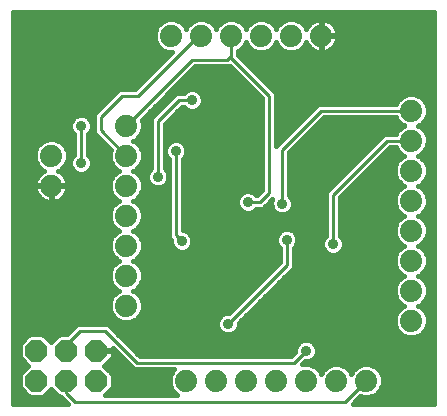
<source format=gbl>
G75*
%MOIN*%
%OFA0B0*%
%FSLAX24Y24*%
%IPPOS*%
%LPD*%
%AMOC8*
5,1,8,0,0,1.08239X$1,22.5*
%
%ADD10C,0.0740*%
%ADD11OC8,0.0740*%
%ADD12C,0.0160*%
%ADD13C,0.0356*%
%ADD14C,0.0100*%
D10*
X004180Y003680D03*
X004180Y004680D03*
X004180Y005680D03*
X004180Y006680D03*
X004180Y007680D03*
X004180Y008680D03*
X004180Y009680D03*
X001680Y008680D03*
X001680Y007680D03*
X005680Y012680D03*
X006680Y012680D03*
X007680Y012680D03*
X008680Y012680D03*
X009680Y012680D03*
X010680Y012680D03*
X013680Y010180D03*
X013680Y009180D03*
X013680Y008180D03*
X013680Y007180D03*
X013680Y006180D03*
X013680Y005180D03*
X013680Y004180D03*
X013680Y003180D03*
X012180Y001180D03*
X011180Y001180D03*
X010180Y001180D03*
X009180Y001180D03*
X008180Y001180D03*
X007180Y001180D03*
X006180Y001180D03*
D11*
X003180Y001180D03*
X003180Y002180D03*
X002180Y002180D03*
X002180Y001180D03*
X001180Y001180D03*
X001180Y002180D03*
D12*
X000410Y000410D02*
X000410Y013450D01*
X014450Y013450D01*
X014450Y000410D01*
X011735Y000410D01*
X011989Y000664D01*
X012071Y000630D01*
X012289Y000630D01*
X012492Y000714D01*
X012646Y000868D01*
X012730Y001071D01*
X012730Y001289D01*
X012646Y001492D01*
X012492Y001646D01*
X012289Y001730D01*
X012071Y001730D01*
X011868Y001646D01*
X011714Y001492D01*
X011680Y001410D01*
X011646Y001492D01*
X011492Y001646D01*
X011289Y001730D01*
X011071Y001730D01*
X010868Y001646D01*
X010714Y001492D01*
X010680Y001410D01*
X010646Y001492D01*
X010492Y001646D01*
X010289Y001730D01*
X010071Y001730D01*
X010044Y001719D01*
X010147Y001822D01*
X010251Y001822D01*
X010383Y001876D01*
X010484Y001977D01*
X010538Y002109D01*
X010538Y002251D01*
X010484Y002383D01*
X010383Y002484D01*
X010251Y002538D01*
X010109Y002538D01*
X009977Y002484D01*
X009876Y002383D01*
X009822Y002251D01*
X009822Y002147D01*
X009685Y002010D01*
X004625Y002010D01*
X003575Y003060D01*
X002535Y003060D01*
X002400Y002925D01*
X002205Y002730D01*
X001952Y002730D01*
X001680Y002458D01*
X001408Y002730D01*
X000952Y002730D01*
X000630Y002408D01*
X000630Y001952D01*
X000902Y001680D01*
X000630Y001408D01*
X000630Y000952D01*
X000952Y000630D01*
X001408Y000630D01*
X001680Y000902D01*
X001952Y000630D01*
X002005Y000630D01*
X002225Y000410D01*
X000410Y000410D01*
X000410Y000497D02*
X002138Y000497D01*
X001927Y000656D02*
X001433Y000656D01*
X001592Y000814D02*
X001768Y000814D01*
X000927Y000656D02*
X000410Y000656D01*
X000410Y000814D02*
X000768Y000814D01*
X000630Y000973D02*
X000410Y000973D01*
X000410Y001131D02*
X000630Y001131D01*
X000630Y001290D02*
X000410Y001290D01*
X000410Y001448D02*
X000670Y001448D01*
X000829Y001607D02*
X000410Y001607D01*
X000410Y001765D02*
X000817Y001765D01*
X000659Y001924D02*
X000410Y001924D01*
X000410Y002082D02*
X000630Y002082D01*
X000630Y002241D02*
X000410Y002241D01*
X000410Y002399D02*
X000630Y002399D01*
X000780Y002558D02*
X000410Y002558D01*
X000410Y002716D02*
X000938Y002716D01*
X001422Y002716D02*
X001938Y002716D01*
X001780Y002558D02*
X001580Y002558D01*
X002349Y002875D02*
X000410Y002875D01*
X000410Y003033D02*
X002508Y003033D01*
X003200Y002200D02*
X003730Y002200D01*
X003730Y002255D01*
X004300Y001685D01*
X004435Y001550D01*
X005772Y001550D01*
X005714Y001492D01*
X005630Y001289D01*
X005630Y001071D01*
X005714Y000868D01*
X005868Y000714D01*
X005877Y000710D01*
X003488Y000710D01*
X003730Y000952D01*
X003730Y001408D01*
X003458Y001680D01*
X003730Y001952D01*
X003730Y002160D01*
X003200Y002160D01*
X003200Y002200D01*
X003543Y001765D02*
X004220Y001765D01*
X004378Y001607D02*
X003531Y001607D01*
X003690Y001448D02*
X005696Y001448D01*
X005630Y001290D02*
X003730Y001290D01*
X003730Y001131D02*
X005630Y001131D01*
X005671Y000973D02*
X003730Y000973D01*
X003592Y000814D02*
X005768Y000814D01*
X004553Y002082D02*
X009757Y002082D01*
X009822Y002241D02*
X004395Y002241D01*
X004236Y002399D02*
X009893Y002399D01*
X010467Y002399D02*
X014450Y002399D01*
X014450Y002241D02*
X010538Y002241D01*
X010527Y002082D02*
X014450Y002082D01*
X014450Y001924D02*
X010430Y001924D01*
X010531Y001607D02*
X010829Y001607D01*
X010696Y001448D02*
X010664Y001448D01*
X010090Y001765D02*
X014450Y001765D01*
X014450Y001607D02*
X012531Y001607D01*
X012664Y001448D02*
X014450Y001448D01*
X014450Y001290D02*
X012730Y001290D01*
X012730Y001131D02*
X014450Y001131D01*
X014450Y000973D02*
X012689Y000973D01*
X012592Y000814D02*
X014450Y000814D01*
X014450Y000656D02*
X012351Y000656D01*
X012009Y000656D02*
X011981Y000656D01*
X011822Y000497D02*
X014450Y000497D01*
X014450Y002558D02*
X004078Y002558D01*
X003919Y002716D02*
X013366Y002716D01*
X013368Y002714D02*
X013571Y002630D01*
X013789Y002630D01*
X013992Y002714D01*
X014146Y002868D01*
X014230Y003071D01*
X014230Y003289D01*
X014146Y003492D01*
X013992Y003646D01*
X013910Y003680D01*
X013992Y003714D01*
X014146Y003868D01*
X014230Y004071D01*
X014230Y004289D01*
X014146Y004492D01*
X013992Y004646D01*
X013910Y004680D01*
X013992Y004714D01*
X014146Y004868D01*
X014230Y005071D01*
X014230Y005289D01*
X014146Y005492D01*
X013992Y005646D01*
X013910Y005680D01*
X013992Y005714D01*
X014146Y005868D01*
X014230Y006071D01*
X014230Y006289D01*
X014146Y006492D01*
X013992Y006646D01*
X013910Y006680D01*
X013992Y006714D01*
X014146Y006868D01*
X014230Y007071D01*
X014230Y007289D01*
X014146Y007492D01*
X013992Y007646D01*
X013910Y007680D01*
X013992Y007714D01*
X014146Y007868D01*
X014230Y008071D01*
X014230Y008289D01*
X014146Y008492D01*
X013992Y008646D01*
X013910Y008680D01*
X013992Y008714D01*
X014146Y008868D01*
X014230Y009071D01*
X014230Y009289D01*
X014146Y009492D01*
X013992Y009646D01*
X013910Y009680D01*
X013992Y009714D01*
X014146Y009868D01*
X014230Y010071D01*
X014230Y010289D01*
X014146Y010492D01*
X013992Y010646D01*
X013789Y010730D01*
X013571Y010730D01*
X013368Y010646D01*
X013214Y010492D01*
X013180Y010410D01*
X010585Y010410D01*
X010450Y010275D01*
X009160Y008985D01*
X009160Y010775D01*
X007910Y012025D01*
X007910Y012180D01*
X007992Y012214D01*
X008146Y012368D01*
X008180Y012450D01*
X008214Y012368D01*
X008368Y012214D01*
X008571Y012130D01*
X008789Y012130D01*
X008992Y012214D01*
X009146Y012368D01*
X009180Y012450D01*
X009214Y012368D01*
X009368Y012214D01*
X009571Y012130D01*
X009789Y012130D01*
X009992Y012214D01*
X010146Y012368D01*
X010180Y012450D01*
X010210Y012392D01*
X010260Y012322D01*
X010322Y012260D01*
X010392Y012210D01*
X010469Y012170D01*
X010551Y012144D01*
X010637Y012130D01*
X010660Y012130D01*
X010660Y012660D01*
X010700Y012660D01*
X010700Y012700D01*
X010660Y012700D01*
X010660Y013230D01*
X010637Y013230D01*
X010551Y013216D01*
X010469Y013190D01*
X010392Y013150D01*
X010322Y013100D01*
X010260Y013038D01*
X010210Y012968D01*
X010180Y012910D01*
X010146Y012992D01*
X009992Y013146D01*
X009789Y013230D01*
X009571Y013230D01*
X009368Y013146D01*
X009214Y012992D01*
X009180Y012910D01*
X009146Y012992D01*
X008992Y013146D01*
X008789Y013230D01*
X008571Y013230D01*
X008368Y013146D01*
X008214Y012992D01*
X008180Y012910D01*
X008146Y012992D01*
X007992Y013146D01*
X007789Y013230D01*
X007571Y013230D01*
X007368Y013146D01*
X007214Y012992D01*
X007180Y012910D01*
X007146Y012992D01*
X006992Y013146D01*
X006789Y013230D01*
X006571Y013230D01*
X006368Y013146D01*
X006214Y012992D01*
X006180Y012910D01*
X006146Y012992D01*
X005992Y013146D01*
X005789Y013230D01*
X005571Y013230D01*
X005368Y013146D01*
X005214Y012992D01*
X005130Y012789D01*
X005130Y012571D01*
X005214Y012368D01*
X005368Y012214D01*
X005571Y012130D01*
X005705Y012130D01*
X004485Y010910D01*
X003935Y010910D01*
X003235Y010210D01*
X003100Y010075D01*
X003100Y009435D01*
X003664Y008871D01*
X003630Y008789D01*
X003630Y008571D01*
X003714Y008368D01*
X003868Y008214D01*
X003950Y008180D01*
X003868Y008146D01*
X003714Y007992D01*
X003630Y007789D01*
X003630Y007571D01*
X003714Y007368D01*
X003868Y007214D01*
X003950Y007180D01*
X003868Y007146D01*
X003714Y006992D01*
X003630Y006789D01*
X003630Y006571D01*
X003714Y006368D01*
X003868Y006214D01*
X003950Y006180D01*
X003868Y006146D01*
X003714Y005992D01*
X003630Y005789D01*
X003630Y005571D01*
X003714Y005368D01*
X003868Y005214D01*
X003950Y005180D01*
X003868Y005146D01*
X003714Y004992D01*
X003630Y004789D01*
X003630Y004571D01*
X003714Y004368D01*
X003868Y004214D01*
X003950Y004180D01*
X003868Y004146D01*
X003714Y003992D01*
X003630Y003789D01*
X003630Y003571D01*
X003714Y003368D01*
X003868Y003214D01*
X004071Y003130D01*
X004289Y003130D01*
X004492Y003214D01*
X004646Y003368D01*
X004730Y003571D01*
X004730Y003789D01*
X004646Y003992D01*
X004492Y004146D01*
X004410Y004180D01*
X004492Y004214D01*
X004646Y004368D01*
X004730Y004571D01*
X004730Y004789D01*
X004646Y004992D01*
X004492Y005146D01*
X004410Y005180D01*
X004492Y005214D01*
X004646Y005368D01*
X004730Y005571D01*
X004730Y005789D01*
X004646Y005992D01*
X004492Y006146D01*
X004410Y006180D01*
X004492Y006214D01*
X004646Y006368D01*
X004730Y006571D01*
X004730Y006789D01*
X004646Y006992D01*
X004492Y007146D01*
X004410Y007180D01*
X004492Y007214D01*
X004646Y007368D01*
X004730Y007571D01*
X004730Y007789D01*
X004646Y007992D01*
X004492Y008146D01*
X004410Y008180D01*
X004492Y008214D01*
X004646Y008368D01*
X004730Y008571D01*
X004730Y008789D01*
X004646Y008992D01*
X004492Y009146D01*
X004410Y009180D01*
X004492Y009214D01*
X004646Y009368D01*
X004730Y009571D01*
X004730Y009789D01*
X004696Y009871D01*
X006475Y011650D01*
X007625Y011650D01*
X007630Y011655D01*
X008700Y010585D01*
X008700Y007525D01*
X008535Y007360D01*
X008506Y007360D01*
X008433Y007434D01*
X008301Y007488D01*
X008159Y007488D01*
X008027Y007434D01*
X007926Y007333D01*
X007872Y007201D01*
X007872Y007059D01*
X007926Y006927D01*
X008027Y006826D01*
X008159Y006772D01*
X008301Y006772D01*
X008433Y006826D01*
X008506Y006900D01*
X008725Y006900D01*
X009025Y007200D01*
X009054Y007229D01*
X009022Y007151D01*
X009022Y007009D01*
X009076Y006877D01*
X009177Y006776D01*
X009309Y006722D01*
X009451Y006722D01*
X009583Y006776D01*
X009684Y006877D01*
X009738Y007009D01*
X009738Y007151D01*
X009684Y007283D01*
X009610Y007356D01*
X009610Y008785D01*
X010775Y009950D01*
X013180Y009950D01*
X013214Y009868D01*
X013368Y009714D01*
X013450Y009680D01*
X013368Y009646D01*
X013214Y009492D01*
X013180Y009410D01*
X012785Y009410D01*
X012650Y009275D01*
X010850Y007475D01*
X010850Y006006D01*
X010776Y005933D01*
X010722Y005801D01*
X010722Y005659D01*
X010776Y005527D01*
X010877Y005426D01*
X011009Y005372D01*
X011151Y005372D01*
X011283Y005426D01*
X011384Y005527D01*
X011438Y005659D01*
X011438Y005801D01*
X011384Y005933D01*
X011310Y006006D01*
X011310Y007285D01*
X012975Y008950D01*
X013180Y008950D01*
X013214Y008868D01*
X013368Y008714D01*
X013450Y008680D01*
X013368Y008646D01*
X013214Y008492D01*
X013130Y008289D01*
X013130Y008071D01*
X013214Y007868D01*
X013368Y007714D01*
X013450Y007680D01*
X013368Y007646D01*
X013214Y007492D01*
X013130Y007289D01*
X013130Y007071D01*
X013214Y006868D01*
X013368Y006714D01*
X013450Y006680D01*
X013368Y006646D01*
X013214Y006492D01*
X013130Y006289D01*
X013130Y006071D01*
X013214Y005868D01*
X013368Y005714D01*
X013450Y005680D01*
X013368Y005646D01*
X013214Y005492D01*
X013130Y005289D01*
X013130Y005071D01*
X013214Y004868D01*
X013368Y004714D01*
X013450Y004680D01*
X013368Y004646D01*
X013214Y004492D01*
X013130Y004289D01*
X013130Y004071D01*
X013214Y003868D01*
X013368Y003714D01*
X013450Y003680D01*
X013368Y003646D01*
X013214Y003492D01*
X013130Y003289D01*
X013130Y003071D01*
X013214Y002868D01*
X013368Y002714D01*
X013211Y002875D02*
X007881Y002875D01*
X007884Y002877D02*
X007938Y003009D01*
X007938Y003113D01*
X009760Y004935D01*
X013186Y004935D01*
X013130Y005094D02*
X009760Y005094D01*
X009760Y005252D02*
X013130Y005252D01*
X013180Y005411D02*
X011244Y005411D01*
X011401Y005569D02*
X013291Y005569D01*
X013355Y005728D02*
X011438Y005728D01*
X011403Y005886D02*
X013206Y005886D01*
X013141Y006045D02*
X011310Y006045D01*
X011310Y006203D02*
X013130Y006203D01*
X013160Y006362D02*
X011310Y006362D01*
X011310Y006520D02*
X013242Y006520D01*
X013446Y006679D02*
X011310Y006679D01*
X011310Y006837D02*
X013245Y006837D01*
X013161Y006996D02*
X011310Y006996D01*
X011310Y007154D02*
X013130Y007154D01*
X013140Y007313D02*
X011338Y007313D01*
X011496Y007471D02*
X013205Y007471D01*
X013352Y007630D02*
X011655Y007630D01*
X011813Y007788D02*
X013294Y007788D01*
X013181Y007947D02*
X011972Y007947D01*
X012130Y008105D02*
X013130Y008105D01*
X013130Y008264D02*
X012289Y008264D01*
X012447Y008422D02*
X013185Y008422D01*
X013303Y008581D02*
X012606Y008581D01*
X012764Y008739D02*
X013343Y008739D01*
X013202Y008898D02*
X012923Y008898D01*
X012589Y009215D02*
X010040Y009215D01*
X010198Y009373D02*
X012748Y009373D01*
X012431Y009056D02*
X009881Y009056D01*
X009723Y008898D02*
X012272Y008898D01*
X012114Y008739D02*
X009610Y008739D01*
X009610Y008581D02*
X011955Y008581D01*
X011797Y008422D02*
X009610Y008422D01*
X009610Y008264D02*
X011638Y008264D01*
X011480Y008105D02*
X009610Y008105D01*
X009610Y007947D02*
X011321Y007947D01*
X011163Y007788D02*
X009610Y007788D01*
X009610Y007630D02*
X011004Y007630D01*
X010850Y007471D02*
X009610Y007471D01*
X009654Y007313D02*
X010850Y007313D01*
X010850Y007154D02*
X009737Y007154D01*
X009733Y006996D02*
X010850Y006996D01*
X010850Y006837D02*
X009643Y006837D01*
X009117Y006837D02*
X008443Y006837D01*
X008821Y006996D02*
X009027Y006996D01*
X009023Y007154D02*
X008979Y007154D01*
X008646Y007471D02*
X008343Y007471D01*
X008117Y007471D02*
X006060Y007471D01*
X006060Y007313D02*
X007918Y007313D01*
X007872Y007154D02*
X006060Y007154D01*
X006060Y006996D02*
X007898Y006996D01*
X008017Y006837D02*
X006060Y006837D01*
X006060Y006679D02*
X010850Y006679D01*
X010850Y006520D02*
X006060Y006520D01*
X006060Y006362D02*
X010850Y006362D01*
X010850Y006203D02*
X009686Y006203D01*
X009733Y006184D02*
X009601Y006238D01*
X009459Y006238D01*
X009327Y006184D01*
X009226Y006083D01*
X009172Y005951D01*
X009172Y005809D01*
X009226Y005677D01*
X009300Y005604D01*
X009300Y005125D01*
X007613Y003438D01*
X007509Y003438D01*
X007377Y003384D01*
X007276Y003283D01*
X007222Y003151D01*
X007222Y003009D01*
X007276Y002877D01*
X007377Y002776D01*
X007509Y002722D01*
X007651Y002722D01*
X007783Y002776D01*
X007884Y002877D01*
X007938Y003033D02*
X013146Y003033D01*
X013130Y003192D02*
X008017Y003192D01*
X008175Y003350D02*
X013155Y003350D01*
X013231Y003509D02*
X008334Y003509D01*
X008492Y003667D02*
X013419Y003667D01*
X013257Y003826D02*
X008651Y003826D01*
X008809Y003984D02*
X013166Y003984D01*
X013130Y004143D02*
X008968Y004143D01*
X009126Y004301D02*
X013135Y004301D01*
X013200Y004460D02*
X009285Y004460D01*
X009443Y004618D02*
X013340Y004618D01*
X013306Y004777D02*
X009602Y004777D01*
X009760Y004935D02*
X009760Y005604D01*
X009834Y005677D01*
X009888Y005809D01*
X009888Y005951D01*
X009834Y006083D01*
X009733Y006184D01*
X009849Y006045D02*
X010850Y006045D01*
X010757Y005886D02*
X009888Y005886D01*
X009854Y005728D02*
X010722Y005728D01*
X010759Y005569D02*
X009760Y005569D01*
X009760Y005411D02*
X010916Y005411D01*
X009374Y006203D02*
X006060Y006203D01*
X006060Y006188D02*
X006060Y008554D01*
X006134Y008627D01*
X006188Y008759D01*
X006188Y008901D01*
X006134Y009033D01*
X006033Y009134D01*
X005901Y009188D01*
X005759Y009188D01*
X005627Y009134D01*
X005526Y009033D01*
X005472Y008901D01*
X005472Y008759D01*
X005526Y008627D01*
X005600Y008554D01*
X005600Y005935D01*
X005672Y005863D01*
X005672Y005759D01*
X005726Y005627D01*
X005827Y005526D01*
X005959Y005472D01*
X006101Y005472D01*
X006233Y005526D01*
X006334Y005627D01*
X006388Y005759D01*
X006388Y005901D01*
X006334Y006033D01*
X006233Y006134D01*
X006101Y006188D01*
X006060Y006188D01*
X006322Y006045D02*
X009211Y006045D01*
X009172Y005886D02*
X006388Y005886D01*
X006375Y005728D02*
X009206Y005728D01*
X009300Y005569D02*
X006275Y005569D01*
X005785Y005569D02*
X004729Y005569D01*
X004730Y005728D02*
X005685Y005728D01*
X005649Y005886D02*
X004690Y005886D01*
X004593Y006045D02*
X005600Y006045D01*
X005600Y006203D02*
X004466Y006203D01*
X004639Y006362D02*
X005600Y006362D01*
X005600Y006520D02*
X004709Y006520D01*
X004730Y006679D02*
X005600Y006679D01*
X005600Y006837D02*
X004710Y006837D01*
X004642Y006996D02*
X005600Y006996D01*
X005600Y007154D02*
X004473Y007154D01*
X004590Y007313D02*
X005600Y007313D01*
X005600Y007471D02*
X004689Y007471D01*
X004730Y007630D02*
X005140Y007630D01*
X005159Y007622D02*
X005301Y007622D01*
X005433Y007676D01*
X005534Y007777D01*
X005588Y007909D01*
X005588Y008051D01*
X005534Y008183D01*
X005460Y008256D01*
X005460Y009735D01*
X006025Y010300D01*
X006104Y010300D01*
X006177Y010226D01*
X006309Y010172D01*
X006451Y010172D01*
X006583Y010226D01*
X006684Y010327D01*
X006738Y010459D01*
X006738Y010601D01*
X006684Y010733D01*
X006583Y010834D01*
X006451Y010888D01*
X006309Y010888D01*
X006177Y010834D01*
X006104Y010760D01*
X005835Y010760D01*
X005135Y010060D01*
X005000Y009925D01*
X005000Y008256D01*
X004926Y008183D01*
X004872Y008051D01*
X004872Y007909D01*
X004926Y007777D01*
X005027Y007676D01*
X005159Y007622D01*
X005320Y007630D02*
X005600Y007630D01*
X005600Y007788D02*
X005538Y007788D01*
X005588Y007947D02*
X005600Y007947D01*
X005600Y008105D02*
X005566Y008105D01*
X005600Y008264D02*
X005460Y008264D01*
X005460Y008422D02*
X005600Y008422D01*
X005573Y008581D02*
X005460Y008581D01*
X005460Y008739D02*
X005480Y008739D01*
X005472Y008898D02*
X005460Y008898D01*
X005460Y009056D02*
X005550Y009056D01*
X005460Y009215D02*
X008700Y009215D01*
X008700Y009373D02*
X005460Y009373D01*
X005460Y009532D02*
X008700Y009532D01*
X008700Y009690D02*
X005460Y009690D01*
X005574Y009849D02*
X008700Y009849D01*
X008700Y010007D02*
X005732Y010007D01*
X005891Y010166D02*
X008700Y010166D01*
X008700Y010324D02*
X006680Y010324D01*
X006738Y010483D02*
X008700Y010483D01*
X008644Y010641D02*
X006722Y010641D01*
X006617Y010800D02*
X008485Y010800D01*
X008327Y010958D02*
X005783Y010958D01*
X005942Y011117D02*
X008168Y011117D01*
X008010Y011275D02*
X006100Y011275D01*
X006259Y011434D02*
X007851Y011434D01*
X007693Y011592D02*
X006417Y011592D01*
X006143Y010800D02*
X005625Y010800D01*
X005716Y010641D02*
X005466Y010641D01*
X005557Y010483D02*
X005308Y010483D01*
X005399Y010324D02*
X005149Y010324D01*
X005240Y010166D02*
X004991Y010166D01*
X005082Y010007D02*
X004832Y010007D01*
X004706Y009849D02*
X005000Y009849D01*
X005000Y009690D02*
X004730Y009690D01*
X004714Y009532D02*
X005000Y009532D01*
X005000Y009373D02*
X004648Y009373D01*
X004492Y009215D02*
X005000Y009215D01*
X005000Y009056D02*
X004582Y009056D01*
X004685Y008898D02*
X005000Y008898D01*
X005000Y008739D02*
X004730Y008739D01*
X004730Y008581D02*
X005000Y008581D01*
X005000Y008422D02*
X004668Y008422D01*
X004541Y008264D02*
X005000Y008264D01*
X004894Y008105D02*
X004533Y008105D01*
X004665Y007947D02*
X004872Y007947D01*
X004922Y007788D02*
X004730Y007788D01*
X003887Y007154D02*
X001841Y007154D01*
X001809Y007144D02*
X001891Y007170D01*
X001968Y007210D01*
X002038Y007260D01*
X002100Y007322D01*
X002150Y007392D01*
X002190Y007469D01*
X002216Y007551D01*
X002230Y007637D01*
X002230Y007660D01*
X001700Y007660D01*
X001700Y007700D01*
X002230Y007700D01*
X002230Y007723D01*
X002216Y007809D01*
X002190Y007891D01*
X002150Y007968D01*
X002100Y008038D01*
X002038Y008100D01*
X001968Y008150D01*
X001910Y008180D01*
X001992Y008214D01*
X002146Y008368D01*
X002230Y008571D01*
X002230Y008789D01*
X002146Y008992D01*
X001992Y009146D01*
X001789Y009230D01*
X001571Y009230D01*
X001368Y009146D01*
X001214Y008992D01*
X001130Y008789D01*
X001130Y008571D01*
X001214Y008368D01*
X001368Y008214D01*
X001450Y008180D01*
X001392Y008150D01*
X001322Y008100D01*
X001260Y008038D01*
X001210Y007968D01*
X001170Y007891D01*
X001144Y007809D01*
X001130Y007723D01*
X001130Y007700D01*
X001660Y007700D01*
X001660Y007660D01*
X001700Y007660D01*
X001700Y007130D01*
X001723Y007130D01*
X001809Y007144D01*
X001700Y007154D02*
X001660Y007154D01*
X001660Y007130D02*
X001660Y007660D01*
X001130Y007660D01*
X001130Y007637D01*
X001144Y007551D01*
X001170Y007469D01*
X001210Y007392D01*
X001260Y007322D01*
X001322Y007260D01*
X001392Y007210D01*
X001469Y007170D01*
X001551Y007144D01*
X001637Y007130D01*
X001660Y007130D01*
X001519Y007154D02*
X000410Y007154D01*
X000410Y006996D02*
X003718Y006996D01*
X003650Y006837D02*
X000410Y006837D01*
X000410Y006679D02*
X003630Y006679D01*
X003651Y006520D02*
X000410Y006520D01*
X000410Y006362D02*
X003721Y006362D01*
X003894Y006203D02*
X000410Y006203D01*
X000410Y006045D02*
X003767Y006045D01*
X003670Y005886D02*
X000410Y005886D01*
X000410Y005728D02*
X003630Y005728D01*
X003631Y005569D02*
X000410Y005569D01*
X000410Y005411D02*
X003696Y005411D01*
X003830Y005252D02*
X000410Y005252D01*
X000410Y005094D02*
X003816Y005094D01*
X003690Y004935D02*
X000410Y004935D01*
X000410Y004777D02*
X003630Y004777D01*
X003630Y004618D02*
X000410Y004618D01*
X000410Y004460D02*
X003676Y004460D01*
X003781Y004301D02*
X000410Y004301D01*
X000410Y004143D02*
X003865Y004143D01*
X003711Y003984D02*
X000410Y003984D01*
X000410Y003826D02*
X003645Y003826D01*
X003630Y003667D02*
X000410Y003667D01*
X000410Y003509D02*
X003656Y003509D01*
X003732Y003350D02*
X000410Y003350D01*
X000410Y003192D02*
X003922Y003192D01*
X003602Y003033D02*
X007222Y003033D01*
X007279Y002875D02*
X003761Y002875D01*
X003730Y002241D02*
X003744Y002241D01*
X003730Y002082D02*
X003903Y002082D01*
X004061Y001924D02*
X003701Y001924D01*
X004438Y003192D02*
X007239Y003192D01*
X007344Y003350D02*
X004628Y003350D01*
X004704Y003509D02*
X007683Y003509D01*
X007842Y003667D02*
X004730Y003667D01*
X004715Y003826D02*
X008000Y003826D01*
X008159Y003984D02*
X004649Y003984D01*
X004495Y004143D02*
X008317Y004143D01*
X008476Y004301D02*
X004579Y004301D01*
X004684Y004460D02*
X008634Y004460D01*
X008793Y004618D02*
X004730Y004618D01*
X004730Y004777D02*
X008951Y004777D01*
X009110Y004935D02*
X004670Y004935D01*
X004544Y005094D02*
X009268Y005094D01*
X009300Y005252D02*
X004530Y005252D01*
X004664Y005411D02*
X009300Y005411D01*
X008700Y007630D02*
X006060Y007630D01*
X006060Y007788D02*
X008700Y007788D01*
X008700Y007947D02*
X006060Y007947D01*
X006060Y008105D02*
X008700Y008105D01*
X008700Y008264D02*
X006060Y008264D01*
X006060Y008422D02*
X008700Y008422D01*
X008700Y008581D02*
X006087Y008581D01*
X006180Y008739D02*
X008700Y008739D01*
X008700Y008898D02*
X006188Y008898D01*
X006110Y009056D02*
X008700Y009056D01*
X009160Y009056D02*
X009231Y009056D01*
X009160Y009215D02*
X009389Y009215D01*
X009548Y009373D02*
X009160Y009373D01*
X009160Y009532D02*
X009706Y009532D01*
X009865Y009690D02*
X009160Y009690D01*
X009160Y009849D02*
X010023Y009849D01*
X010182Y010007D02*
X009160Y010007D01*
X009160Y010166D02*
X010340Y010166D01*
X010499Y010324D02*
X009160Y010324D01*
X009160Y010483D02*
X013210Y010483D01*
X013363Y010641D02*
X009160Y010641D01*
X009136Y010800D02*
X014450Y010800D01*
X014450Y010641D02*
X013997Y010641D01*
X014150Y010483D02*
X014450Y010483D01*
X014450Y010324D02*
X014216Y010324D01*
X014230Y010166D02*
X014450Y010166D01*
X014450Y010007D02*
X014204Y010007D01*
X014126Y009849D02*
X014450Y009849D01*
X014450Y009690D02*
X013934Y009690D01*
X014106Y009532D02*
X014450Y009532D01*
X014450Y009373D02*
X014195Y009373D01*
X014230Y009215D02*
X014450Y009215D01*
X014450Y009056D02*
X014224Y009056D01*
X014158Y008898D02*
X014450Y008898D01*
X014450Y008739D02*
X014017Y008739D01*
X014057Y008581D02*
X014450Y008581D01*
X014450Y008422D02*
X014175Y008422D01*
X014230Y008264D02*
X014450Y008264D01*
X014450Y008105D02*
X014230Y008105D01*
X014179Y007947D02*
X014450Y007947D01*
X014450Y007788D02*
X014066Y007788D01*
X014008Y007630D02*
X014450Y007630D01*
X014450Y007471D02*
X014155Y007471D01*
X014220Y007313D02*
X014450Y007313D01*
X014450Y007154D02*
X014230Y007154D01*
X014199Y006996D02*
X014450Y006996D01*
X014450Y006837D02*
X014115Y006837D01*
X013914Y006679D02*
X014450Y006679D01*
X014450Y006520D02*
X014118Y006520D01*
X014200Y006362D02*
X014450Y006362D01*
X014450Y006203D02*
X014230Y006203D01*
X014219Y006045D02*
X014450Y006045D01*
X014450Y005886D02*
X014154Y005886D01*
X014005Y005728D02*
X014450Y005728D01*
X014450Y005569D02*
X014069Y005569D01*
X014180Y005411D02*
X014450Y005411D01*
X014450Y005252D02*
X014230Y005252D01*
X014230Y005094D02*
X014450Y005094D01*
X014450Y004935D02*
X014174Y004935D01*
X014054Y004777D02*
X014450Y004777D01*
X014450Y004618D02*
X014020Y004618D01*
X014160Y004460D02*
X014450Y004460D01*
X014450Y004301D02*
X014225Y004301D01*
X014230Y004143D02*
X014450Y004143D01*
X014450Y003984D02*
X014194Y003984D01*
X014103Y003826D02*
X014450Y003826D01*
X014450Y003667D02*
X013941Y003667D01*
X014129Y003509D02*
X014450Y003509D01*
X014450Y003350D02*
X014205Y003350D01*
X014230Y003192D02*
X014450Y003192D01*
X014450Y003033D02*
X014214Y003033D01*
X014149Y002875D02*
X014450Y002875D01*
X014450Y002716D02*
X013994Y002716D01*
X011829Y001607D02*
X011531Y001607D01*
X011664Y001448D02*
X011696Y001448D01*
X003770Y007313D02*
X002090Y007313D01*
X002190Y007471D02*
X003671Y007471D01*
X003630Y007630D02*
X002229Y007630D01*
X002220Y007788D02*
X003630Y007788D01*
X003695Y007947D02*
X002161Y007947D01*
X002031Y008105D02*
X002529Y008105D01*
X002477Y008126D02*
X002609Y008072D01*
X002751Y008072D01*
X002883Y008126D01*
X002984Y008227D01*
X003038Y008359D01*
X003038Y008501D01*
X002984Y008633D01*
X002910Y008706D01*
X002910Y009404D01*
X002984Y009477D01*
X003038Y009609D01*
X003038Y009751D01*
X002984Y009883D01*
X002883Y009984D01*
X002751Y010038D01*
X002609Y010038D01*
X002477Y009984D01*
X002376Y009883D01*
X002322Y009751D01*
X002322Y009609D01*
X002376Y009477D01*
X002450Y009404D01*
X002450Y008706D01*
X002376Y008633D01*
X002322Y008501D01*
X002322Y008359D01*
X002376Y008227D01*
X002477Y008126D01*
X002361Y008264D02*
X002041Y008264D01*
X002168Y008422D02*
X002322Y008422D01*
X002355Y008581D02*
X002230Y008581D01*
X002230Y008739D02*
X002450Y008739D01*
X002450Y008898D02*
X002185Y008898D01*
X002082Y009056D02*
X002450Y009056D01*
X002450Y009215D02*
X001827Y009215D01*
X001533Y009215D02*
X000410Y009215D01*
X000410Y009373D02*
X002450Y009373D01*
X002354Y009532D02*
X000410Y009532D01*
X000410Y009690D02*
X002322Y009690D01*
X002362Y009849D02*
X000410Y009849D01*
X000410Y010007D02*
X002534Y010007D01*
X002826Y010007D02*
X003100Y010007D01*
X003100Y009849D02*
X002998Y009849D01*
X003038Y009690D02*
X003100Y009690D01*
X003100Y009532D02*
X003006Y009532D01*
X002910Y009373D02*
X003162Y009373D01*
X003320Y009215D02*
X002910Y009215D01*
X002910Y009056D02*
X003479Y009056D01*
X003637Y008898D02*
X002910Y008898D01*
X002910Y008739D02*
X003630Y008739D01*
X003630Y008581D02*
X003005Y008581D01*
X003038Y008422D02*
X003692Y008422D01*
X003819Y008264D02*
X002999Y008264D01*
X002831Y008105D02*
X003827Y008105D01*
X001700Y007630D02*
X001660Y007630D01*
X001660Y007471D02*
X001700Y007471D01*
X001700Y007313D02*
X001660Y007313D01*
X001270Y007313D02*
X000410Y007313D01*
X000410Y007471D02*
X001170Y007471D01*
X001131Y007630D02*
X000410Y007630D01*
X000410Y007788D02*
X001140Y007788D01*
X001199Y007947D02*
X000410Y007947D01*
X000410Y008105D02*
X001329Y008105D01*
X001319Y008264D02*
X000410Y008264D01*
X000410Y008422D02*
X001192Y008422D01*
X001130Y008581D02*
X000410Y008581D01*
X000410Y008739D02*
X001130Y008739D01*
X001175Y008898D02*
X000410Y008898D01*
X000410Y009056D02*
X001278Y009056D01*
X000410Y010166D02*
X003190Y010166D01*
X003349Y010324D02*
X000410Y010324D01*
X000410Y010483D02*
X003507Y010483D01*
X003666Y010641D02*
X000410Y010641D01*
X000410Y010800D02*
X003824Y010800D01*
X004533Y010958D02*
X000410Y010958D01*
X000410Y011117D02*
X004691Y011117D01*
X004850Y011275D02*
X000410Y011275D01*
X000410Y011434D02*
X005008Y011434D01*
X005167Y011592D02*
X000410Y011592D01*
X000410Y011751D02*
X005325Y011751D01*
X005484Y011909D02*
X000410Y011909D01*
X000410Y012068D02*
X005642Y012068D01*
X005356Y012226D02*
X000410Y012226D01*
X000410Y012385D02*
X005207Y012385D01*
X005141Y012543D02*
X000410Y012543D01*
X000410Y012702D02*
X005130Y012702D01*
X005159Y012860D02*
X000410Y012860D01*
X000410Y013019D02*
X005241Y013019D01*
X005443Y013177D02*
X000410Y013177D01*
X000410Y013336D02*
X014450Y013336D01*
X014450Y013177D02*
X010916Y013177D01*
X010891Y013190D02*
X010809Y013216D01*
X010723Y013230D01*
X010700Y013230D01*
X010700Y012700D01*
X011230Y012700D01*
X011230Y012723D01*
X011216Y012809D01*
X011190Y012891D01*
X011150Y012968D01*
X011100Y013038D01*
X011038Y013100D01*
X010968Y013150D01*
X010891Y013190D01*
X010700Y013177D02*
X010660Y013177D01*
X010444Y013177D02*
X009917Y013177D01*
X010119Y013019D02*
X010246Y013019D01*
X010660Y013019D02*
X010700Y013019D01*
X010700Y012860D02*
X010660Y012860D01*
X010660Y012702D02*
X010700Y012702D01*
X010700Y012660D02*
X011230Y012660D01*
X011230Y012637D01*
X011216Y012551D01*
X011190Y012469D01*
X011150Y012392D01*
X011100Y012322D01*
X011038Y012260D01*
X010968Y012210D01*
X010891Y012170D01*
X010809Y012144D01*
X010723Y012130D01*
X010700Y012130D01*
X010700Y012660D01*
X010700Y012543D02*
X010660Y012543D01*
X010660Y012385D02*
X010700Y012385D01*
X010700Y012226D02*
X010660Y012226D01*
X010369Y012226D02*
X010004Y012226D01*
X010153Y012385D02*
X010215Y012385D01*
X010991Y012226D02*
X014450Y012226D01*
X014450Y012068D02*
X007910Y012068D01*
X008004Y012226D02*
X008356Y012226D01*
X008207Y012385D02*
X008153Y012385D01*
X008026Y011909D02*
X014450Y011909D01*
X014450Y011751D02*
X008185Y011751D01*
X008343Y011592D02*
X014450Y011592D01*
X014450Y011434D02*
X008502Y011434D01*
X008660Y011275D02*
X014450Y011275D01*
X014450Y011117D02*
X008819Y011117D01*
X008977Y010958D02*
X014450Y010958D01*
X013234Y009849D02*
X010674Y009849D01*
X010515Y009690D02*
X013426Y009690D01*
X013254Y009532D02*
X010357Y009532D01*
X009356Y012226D02*
X009004Y012226D01*
X009153Y012385D02*
X009207Y012385D01*
X009241Y013019D02*
X009119Y013019D01*
X008917Y013177D02*
X009443Y013177D01*
X008443Y013177D02*
X007917Y013177D01*
X008119Y013019D02*
X008241Y013019D01*
X007443Y013177D02*
X006917Y013177D01*
X007119Y013019D02*
X007241Y013019D01*
X006443Y013177D02*
X005917Y013177D01*
X006119Y013019D02*
X006241Y013019D01*
X011114Y013019D02*
X014450Y013019D01*
X014450Y012860D02*
X011200Y012860D01*
X011230Y012702D02*
X014450Y012702D01*
X014450Y012543D02*
X011214Y012543D01*
X011145Y012385D02*
X014450Y012385D01*
D13*
X012930Y011880D03*
X010980Y009430D03*
X009380Y007080D03*
X008230Y007130D03*
X009530Y005880D03*
X011080Y005730D03*
X011380Y003830D03*
X010180Y002180D03*
X007580Y003080D03*
X006380Y004080D03*
X006030Y005830D03*
X005230Y007980D03*
X005830Y008830D03*
X006380Y010530D03*
X004380Y011730D03*
X002680Y009680D03*
X002680Y008430D03*
X003180Y006780D03*
X001080Y010530D03*
X004680Y001130D03*
D14*
X004530Y001780D02*
X009780Y001780D01*
X010180Y002180D01*
X011480Y000480D02*
X012180Y001180D01*
X011480Y000480D02*
X002480Y000480D01*
X002180Y000780D01*
X002180Y001180D01*
X002180Y002180D02*
X002180Y002380D01*
X002630Y002830D01*
X003480Y002830D01*
X004530Y001780D01*
X007580Y003080D02*
X009530Y005030D01*
X009530Y005880D01*
X009380Y007080D02*
X009380Y008880D01*
X010680Y010180D01*
X012930Y010180D01*
X013130Y010180D01*
X013680Y010180D01*
X013680Y009180D02*
X012880Y009180D01*
X011080Y007380D01*
X011080Y005730D01*
X008930Y007430D02*
X008930Y010680D01*
X007630Y011980D01*
X007530Y011880D01*
X006380Y011880D01*
X004180Y009680D01*
X003330Y009530D02*
X004180Y008680D01*
X003330Y009530D02*
X003330Y009980D01*
X004030Y010680D01*
X004580Y010680D01*
X006580Y012680D01*
X006680Y012680D01*
X007680Y012680D02*
X007680Y012030D01*
X007630Y011980D01*
X006380Y010530D02*
X005930Y010530D01*
X005230Y009830D01*
X005230Y007980D01*
X005830Y008830D02*
X005830Y006030D01*
X006030Y005830D01*
X008230Y007130D02*
X008630Y007130D01*
X008930Y007430D01*
X002680Y008430D02*
X002680Y009680D01*
M02*

</source>
